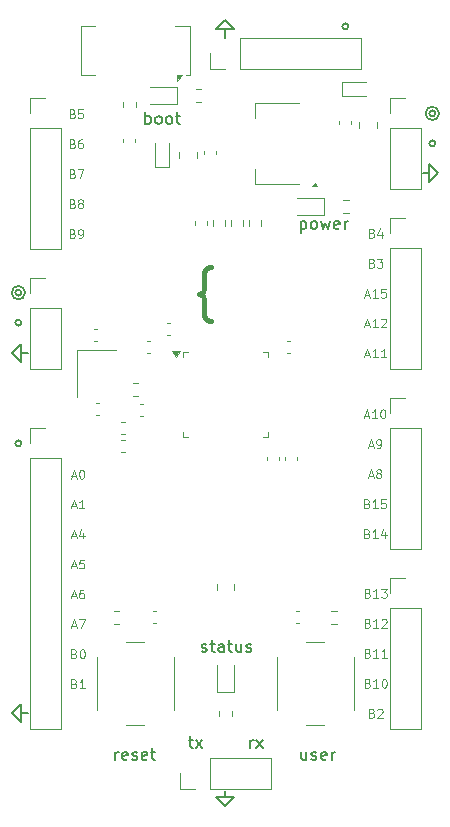
<source format=gbr>
%TF.GenerationSoftware,KiCad,Pcbnew,7.0.10-7.0.10~ubuntu22.04.1*%
%TF.CreationDate,2024-05-26T20:09:49+02:00*%
%TF.ProjectId,hardware,68617264-7761-4726-952e-6b696361645f,rev?*%
%TF.SameCoordinates,Original*%
%TF.FileFunction,Legend,Top*%
%TF.FilePolarity,Positive*%
%FSLAX46Y46*%
G04 Gerber Fmt 4.6, Leading zero omitted, Abs format (unit mm)*
G04 Created by KiCad (PCBNEW 7.0.10-7.0.10~ubuntu22.04.1) date 2024-05-26 20:09:49*
%MOMM*%
%LPD*%
G01*
G04 APERTURE LIST*
%ADD10C,0.450000*%
%ADD11C,0.100000*%
%ADD12C,0.150000*%
%ADD13C,0.120000*%
G04 APERTURE END LIST*
D10*
X138267480Y-102652314D02*
X138124623Y-102652314D01*
X138124623Y-102652314D02*
X137838909Y-102509457D01*
X137838909Y-102509457D02*
X137696052Y-102223742D01*
X137696052Y-102223742D02*
X137696052Y-100795171D01*
X137696052Y-100795171D02*
X137553194Y-100509457D01*
X137553194Y-100509457D02*
X137267480Y-100366600D01*
X137267480Y-100366600D02*
X137553194Y-100223742D01*
X137553194Y-100223742D02*
X137696052Y-99938028D01*
X137696052Y-99938028D02*
X137696052Y-98509457D01*
X137696052Y-98509457D02*
X137838909Y-98223742D01*
X137838909Y-98223742D02*
X138124623Y-98080885D01*
X138124623Y-98080885D02*
X138267480Y-98080885D01*
D11*
X126690788Y-133370157D02*
X126797931Y-133405871D01*
X126797931Y-133405871D02*
X126833645Y-133441585D01*
X126833645Y-133441585D02*
X126869359Y-133513014D01*
X126869359Y-133513014D02*
X126869359Y-133620157D01*
X126869359Y-133620157D02*
X126833645Y-133691585D01*
X126833645Y-133691585D02*
X126797931Y-133727300D01*
X126797931Y-133727300D02*
X126726502Y-133763014D01*
X126726502Y-133763014D02*
X126440788Y-133763014D01*
X126440788Y-133763014D02*
X126440788Y-133013014D01*
X126440788Y-133013014D02*
X126690788Y-133013014D01*
X126690788Y-133013014D02*
X126762217Y-133048728D01*
X126762217Y-133048728D02*
X126797931Y-133084442D01*
X126797931Y-133084442D02*
X126833645Y-133155871D01*
X126833645Y-133155871D02*
X126833645Y-133227300D01*
X126833645Y-133227300D02*
X126797931Y-133298728D01*
X126797931Y-133298728D02*
X126762217Y-133334442D01*
X126762217Y-133334442D02*
X126690788Y-133370157D01*
X126690788Y-133370157D02*
X126440788Y-133370157D01*
X127583645Y-133763014D02*
X127155074Y-133763014D01*
X127369359Y-133763014D02*
X127369359Y-133013014D01*
X127369359Y-133013014D02*
X127297931Y-133120157D01*
X127297931Y-133120157D02*
X127226502Y-133191585D01*
X127226502Y-133191585D02*
X127155074Y-133227300D01*
X126458646Y-128473728D02*
X126815789Y-128473728D01*
X126387217Y-128688014D02*
X126637217Y-127938014D01*
X126637217Y-127938014D02*
X126887217Y-128688014D01*
X127065788Y-127938014D02*
X127565788Y-127938014D01*
X127565788Y-127938014D02*
X127244360Y-128688014D01*
X126690788Y-130832657D02*
X126797931Y-130868371D01*
X126797931Y-130868371D02*
X126833645Y-130904085D01*
X126833645Y-130904085D02*
X126869359Y-130975514D01*
X126869359Y-130975514D02*
X126869359Y-131082657D01*
X126869359Y-131082657D02*
X126833645Y-131154085D01*
X126833645Y-131154085D02*
X126797931Y-131189800D01*
X126797931Y-131189800D02*
X126726502Y-131225514D01*
X126726502Y-131225514D02*
X126440788Y-131225514D01*
X126440788Y-131225514D02*
X126440788Y-130475514D01*
X126440788Y-130475514D02*
X126690788Y-130475514D01*
X126690788Y-130475514D02*
X126762217Y-130511228D01*
X126762217Y-130511228D02*
X126797931Y-130546942D01*
X126797931Y-130546942D02*
X126833645Y-130618371D01*
X126833645Y-130618371D02*
X126833645Y-130689800D01*
X126833645Y-130689800D02*
X126797931Y-130761228D01*
X126797931Y-130761228D02*
X126762217Y-130796942D01*
X126762217Y-130796942D02*
X126690788Y-130832657D01*
X126690788Y-130832657D02*
X126440788Y-130832657D01*
X127333645Y-130475514D02*
X127405074Y-130475514D01*
X127405074Y-130475514D02*
X127476502Y-130511228D01*
X127476502Y-130511228D02*
X127512217Y-130546942D01*
X127512217Y-130546942D02*
X127547931Y-130618371D01*
X127547931Y-130618371D02*
X127583645Y-130761228D01*
X127583645Y-130761228D02*
X127583645Y-130939800D01*
X127583645Y-130939800D02*
X127547931Y-131082657D01*
X127547931Y-131082657D02*
X127512217Y-131154085D01*
X127512217Y-131154085D02*
X127476502Y-131189800D01*
X127476502Y-131189800D02*
X127405074Y-131225514D01*
X127405074Y-131225514D02*
X127333645Y-131225514D01*
X127333645Y-131225514D02*
X127262217Y-131189800D01*
X127262217Y-131189800D02*
X127226502Y-131154085D01*
X127226502Y-131154085D02*
X127190788Y-131082657D01*
X127190788Y-131082657D02*
X127155074Y-130939800D01*
X127155074Y-130939800D02*
X127155074Y-130761228D01*
X127155074Y-130761228D02*
X127190788Y-130618371D01*
X127190788Y-130618371D02*
X127226502Y-130546942D01*
X127226502Y-130546942D02*
X127262217Y-130511228D01*
X127262217Y-130511228D02*
X127333645Y-130475514D01*
X126458646Y-125938728D02*
X126815789Y-125938728D01*
X126387217Y-126153014D02*
X126637217Y-125403014D01*
X126637217Y-125403014D02*
X126887217Y-126153014D01*
X127458646Y-125403014D02*
X127315788Y-125403014D01*
X127315788Y-125403014D02*
X127244360Y-125438728D01*
X127244360Y-125438728D02*
X127208646Y-125474442D01*
X127208646Y-125474442D02*
X127137217Y-125581585D01*
X127137217Y-125581585D02*
X127101503Y-125724442D01*
X127101503Y-125724442D02*
X127101503Y-126010157D01*
X127101503Y-126010157D02*
X127137217Y-126081585D01*
X127137217Y-126081585D02*
X127172931Y-126117300D01*
X127172931Y-126117300D02*
X127244360Y-126153014D01*
X127244360Y-126153014D02*
X127387217Y-126153014D01*
X127387217Y-126153014D02*
X127458646Y-126117300D01*
X127458646Y-126117300D02*
X127494360Y-126081585D01*
X127494360Y-126081585D02*
X127530074Y-126010157D01*
X127530074Y-126010157D02*
X127530074Y-125831585D01*
X127530074Y-125831585D02*
X127494360Y-125760157D01*
X127494360Y-125760157D02*
X127458646Y-125724442D01*
X127458646Y-125724442D02*
X127387217Y-125688728D01*
X127387217Y-125688728D02*
X127244360Y-125688728D01*
X127244360Y-125688728D02*
X127172931Y-125724442D01*
X127172931Y-125724442D02*
X127137217Y-125760157D01*
X127137217Y-125760157D02*
X127101503Y-125831585D01*
X126458646Y-120863728D02*
X126815789Y-120863728D01*
X126387217Y-121078014D02*
X126637217Y-120328014D01*
X126637217Y-120328014D02*
X126887217Y-121078014D01*
X127458646Y-120578014D02*
X127458646Y-121078014D01*
X127280074Y-120292300D02*
X127101503Y-120828014D01*
X127101503Y-120828014D02*
X127565788Y-120828014D01*
X126458646Y-118326228D02*
X126815789Y-118326228D01*
X126387217Y-118540514D02*
X126637217Y-117790514D01*
X126637217Y-117790514D02*
X126887217Y-118540514D01*
X127530074Y-118540514D02*
X127101503Y-118540514D01*
X127315788Y-118540514D02*
X127315788Y-117790514D01*
X127315788Y-117790514D02*
X127244360Y-117897657D01*
X127244360Y-117897657D02*
X127172931Y-117969085D01*
X127172931Y-117969085D02*
X127101503Y-118004800D01*
X126458646Y-115788728D02*
X126815789Y-115788728D01*
X126387217Y-116003014D02*
X126637217Y-115253014D01*
X126637217Y-115253014D02*
X126887217Y-116003014D01*
X127280074Y-115253014D02*
X127351503Y-115253014D01*
X127351503Y-115253014D02*
X127422931Y-115288728D01*
X127422931Y-115288728D02*
X127458646Y-115324442D01*
X127458646Y-115324442D02*
X127494360Y-115395871D01*
X127494360Y-115395871D02*
X127530074Y-115538728D01*
X127530074Y-115538728D02*
X127530074Y-115717300D01*
X127530074Y-115717300D02*
X127494360Y-115860157D01*
X127494360Y-115860157D02*
X127458646Y-115931585D01*
X127458646Y-115931585D02*
X127422931Y-115967300D01*
X127422931Y-115967300D02*
X127351503Y-116003014D01*
X127351503Y-116003014D02*
X127280074Y-116003014D01*
X127280074Y-116003014D02*
X127208646Y-115967300D01*
X127208646Y-115967300D02*
X127172931Y-115931585D01*
X127172931Y-115931585D02*
X127137217Y-115860157D01*
X127137217Y-115860157D02*
X127101503Y-115717300D01*
X127101503Y-115717300D02*
X127101503Y-115538728D01*
X127101503Y-115538728D02*
X127137217Y-115395871D01*
X127137217Y-115395871D02*
X127172931Y-115324442D01*
X127172931Y-115324442D02*
X127208646Y-115288728D01*
X127208646Y-115288728D02*
X127280074Y-115253014D01*
X126458646Y-123401228D02*
X126815789Y-123401228D01*
X126387217Y-123615514D02*
X126637217Y-122865514D01*
X126637217Y-122865514D02*
X126887217Y-123615514D01*
X127494360Y-122865514D02*
X127137217Y-122865514D01*
X127137217Y-122865514D02*
X127101503Y-123222657D01*
X127101503Y-123222657D02*
X127137217Y-123186942D01*
X127137217Y-123186942D02*
X127208646Y-123151228D01*
X127208646Y-123151228D02*
X127387217Y-123151228D01*
X127387217Y-123151228D02*
X127458646Y-123186942D01*
X127458646Y-123186942D02*
X127494360Y-123222657D01*
X127494360Y-123222657D02*
X127530074Y-123294085D01*
X127530074Y-123294085D02*
X127530074Y-123472657D01*
X127530074Y-123472657D02*
X127494360Y-123544085D01*
X127494360Y-123544085D02*
X127458646Y-123579800D01*
X127458646Y-123579800D02*
X127387217Y-123615514D01*
X127387217Y-123615514D02*
X127208646Y-123615514D01*
X127208646Y-123615514D02*
X127137217Y-123579800D01*
X127137217Y-123579800D02*
X127101503Y-123544085D01*
X126544360Y-95260157D02*
X126651503Y-95295871D01*
X126651503Y-95295871D02*
X126687217Y-95331585D01*
X126687217Y-95331585D02*
X126722931Y-95403014D01*
X126722931Y-95403014D02*
X126722931Y-95510157D01*
X126722931Y-95510157D02*
X126687217Y-95581585D01*
X126687217Y-95581585D02*
X126651503Y-95617300D01*
X126651503Y-95617300D02*
X126580074Y-95653014D01*
X126580074Y-95653014D02*
X126294360Y-95653014D01*
X126294360Y-95653014D02*
X126294360Y-94903014D01*
X126294360Y-94903014D02*
X126544360Y-94903014D01*
X126544360Y-94903014D02*
X126615789Y-94938728D01*
X126615789Y-94938728D02*
X126651503Y-94974442D01*
X126651503Y-94974442D02*
X126687217Y-95045871D01*
X126687217Y-95045871D02*
X126687217Y-95117300D01*
X126687217Y-95117300D02*
X126651503Y-95188728D01*
X126651503Y-95188728D02*
X126615789Y-95224442D01*
X126615789Y-95224442D02*
X126544360Y-95260157D01*
X126544360Y-95260157D02*
X126294360Y-95260157D01*
X127080074Y-95653014D02*
X127222931Y-95653014D01*
X127222931Y-95653014D02*
X127294360Y-95617300D01*
X127294360Y-95617300D02*
X127330074Y-95581585D01*
X127330074Y-95581585D02*
X127401503Y-95474442D01*
X127401503Y-95474442D02*
X127437217Y-95331585D01*
X127437217Y-95331585D02*
X127437217Y-95045871D01*
X127437217Y-95045871D02*
X127401503Y-94974442D01*
X127401503Y-94974442D02*
X127365789Y-94938728D01*
X127365789Y-94938728D02*
X127294360Y-94903014D01*
X127294360Y-94903014D02*
X127151503Y-94903014D01*
X127151503Y-94903014D02*
X127080074Y-94938728D01*
X127080074Y-94938728D02*
X127044360Y-94974442D01*
X127044360Y-94974442D02*
X127008646Y-95045871D01*
X127008646Y-95045871D02*
X127008646Y-95224442D01*
X127008646Y-95224442D02*
X127044360Y-95295871D01*
X127044360Y-95295871D02*
X127080074Y-95331585D01*
X127080074Y-95331585D02*
X127151503Y-95367300D01*
X127151503Y-95367300D02*
X127294360Y-95367300D01*
X127294360Y-95367300D02*
X127365789Y-95331585D01*
X127365789Y-95331585D02*
X127401503Y-95295871D01*
X127401503Y-95295871D02*
X127437217Y-95224442D01*
X126544360Y-90185157D02*
X126651503Y-90220871D01*
X126651503Y-90220871D02*
X126687217Y-90256585D01*
X126687217Y-90256585D02*
X126722931Y-90328014D01*
X126722931Y-90328014D02*
X126722931Y-90435157D01*
X126722931Y-90435157D02*
X126687217Y-90506585D01*
X126687217Y-90506585D02*
X126651503Y-90542300D01*
X126651503Y-90542300D02*
X126580074Y-90578014D01*
X126580074Y-90578014D02*
X126294360Y-90578014D01*
X126294360Y-90578014D02*
X126294360Y-89828014D01*
X126294360Y-89828014D02*
X126544360Y-89828014D01*
X126544360Y-89828014D02*
X126615789Y-89863728D01*
X126615789Y-89863728D02*
X126651503Y-89899442D01*
X126651503Y-89899442D02*
X126687217Y-89970871D01*
X126687217Y-89970871D02*
X126687217Y-90042300D01*
X126687217Y-90042300D02*
X126651503Y-90113728D01*
X126651503Y-90113728D02*
X126615789Y-90149442D01*
X126615789Y-90149442D02*
X126544360Y-90185157D01*
X126544360Y-90185157D02*
X126294360Y-90185157D01*
X126972931Y-89828014D02*
X127472931Y-89828014D01*
X127472931Y-89828014D02*
X127151503Y-90578014D01*
X126544360Y-87647657D02*
X126651503Y-87683371D01*
X126651503Y-87683371D02*
X126687217Y-87719085D01*
X126687217Y-87719085D02*
X126722931Y-87790514D01*
X126722931Y-87790514D02*
X126722931Y-87897657D01*
X126722931Y-87897657D02*
X126687217Y-87969085D01*
X126687217Y-87969085D02*
X126651503Y-88004800D01*
X126651503Y-88004800D02*
X126580074Y-88040514D01*
X126580074Y-88040514D02*
X126294360Y-88040514D01*
X126294360Y-88040514D02*
X126294360Y-87290514D01*
X126294360Y-87290514D02*
X126544360Y-87290514D01*
X126544360Y-87290514D02*
X126615789Y-87326228D01*
X126615789Y-87326228D02*
X126651503Y-87361942D01*
X126651503Y-87361942D02*
X126687217Y-87433371D01*
X126687217Y-87433371D02*
X126687217Y-87504800D01*
X126687217Y-87504800D02*
X126651503Y-87576228D01*
X126651503Y-87576228D02*
X126615789Y-87611942D01*
X126615789Y-87611942D02*
X126544360Y-87647657D01*
X126544360Y-87647657D02*
X126294360Y-87647657D01*
X127365789Y-87290514D02*
X127222931Y-87290514D01*
X127222931Y-87290514D02*
X127151503Y-87326228D01*
X127151503Y-87326228D02*
X127115789Y-87361942D01*
X127115789Y-87361942D02*
X127044360Y-87469085D01*
X127044360Y-87469085D02*
X127008646Y-87611942D01*
X127008646Y-87611942D02*
X127008646Y-87897657D01*
X127008646Y-87897657D02*
X127044360Y-87969085D01*
X127044360Y-87969085D02*
X127080074Y-88004800D01*
X127080074Y-88004800D02*
X127151503Y-88040514D01*
X127151503Y-88040514D02*
X127294360Y-88040514D01*
X127294360Y-88040514D02*
X127365789Y-88004800D01*
X127365789Y-88004800D02*
X127401503Y-87969085D01*
X127401503Y-87969085D02*
X127437217Y-87897657D01*
X127437217Y-87897657D02*
X127437217Y-87719085D01*
X127437217Y-87719085D02*
X127401503Y-87647657D01*
X127401503Y-87647657D02*
X127365789Y-87611942D01*
X127365789Y-87611942D02*
X127294360Y-87576228D01*
X127294360Y-87576228D02*
X127151503Y-87576228D01*
X127151503Y-87576228D02*
X127080074Y-87611942D01*
X127080074Y-87611942D02*
X127044360Y-87647657D01*
X127044360Y-87647657D02*
X127008646Y-87719085D01*
X126544360Y-85110157D02*
X126651503Y-85145871D01*
X126651503Y-85145871D02*
X126687217Y-85181585D01*
X126687217Y-85181585D02*
X126722931Y-85253014D01*
X126722931Y-85253014D02*
X126722931Y-85360157D01*
X126722931Y-85360157D02*
X126687217Y-85431585D01*
X126687217Y-85431585D02*
X126651503Y-85467300D01*
X126651503Y-85467300D02*
X126580074Y-85503014D01*
X126580074Y-85503014D02*
X126294360Y-85503014D01*
X126294360Y-85503014D02*
X126294360Y-84753014D01*
X126294360Y-84753014D02*
X126544360Y-84753014D01*
X126544360Y-84753014D02*
X126615789Y-84788728D01*
X126615789Y-84788728D02*
X126651503Y-84824442D01*
X126651503Y-84824442D02*
X126687217Y-84895871D01*
X126687217Y-84895871D02*
X126687217Y-84967300D01*
X126687217Y-84967300D02*
X126651503Y-85038728D01*
X126651503Y-85038728D02*
X126615789Y-85074442D01*
X126615789Y-85074442D02*
X126544360Y-85110157D01*
X126544360Y-85110157D02*
X126294360Y-85110157D01*
X127401503Y-84753014D02*
X127044360Y-84753014D01*
X127044360Y-84753014D02*
X127008646Y-85110157D01*
X127008646Y-85110157D02*
X127044360Y-85074442D01*
X127044360Y-85074442D02*
X127115789Y-85038728D01*
X127115789Y-85038728D02*
X127294360Y-85038728D01*
X127294360Y-85038728D02*
X127365789Y-85074442D01*
X127365789Y-85074442D02*
X127401503Y-85110157D01*
X127401503Y-85110157D02*
X127437217Y-85181585D01*
X127437217Y-85181585D02*
X127437217Y-85360157D01*
X127437217Y-85360157D02*
X127401503Y-85431585D01*
X127401503Y-85431585D02*
X127365789Y-85467300D01*
X127365789Y-85467300D02*
X127294360Y-85503014D01*
X127294360Y-85503014D02*
X127115789Y-85503014D01*
X127115789Y-85503014D02*
X127044360Y-85467300D01*
X127044360Y-85467300D02*
X127008646Y-85431585D01*
X126544360Y-92722657D02*
X126651503Y-92758371D01*
X126651503Y-92758371D02*
X126687217Y-92794085D01*
X126687217Y-92794085D02*
X126722931Y-92865514D01*
X126722931Y-92865514D02*
X126722931Y-92972657D01*
X126722931Y-92972657D02*
X126687217Y-93044085D01*
X126687217Y-93044085D02*
X126651503Y-93079800D01*
X126651503Y-93079800D02*
X126580074Y-93115514D01*
X126580074Y-93115514D02*
X126294360Y-93115514D01*
X126294360Y-93115514D02*
X126294360Y-92365514D01*
X126294360Y-92365514D02*
X126544360Y-92365514D01*
X126544360Y-92365514D02*
X126615789Y-92401228D01*
X126615789Y-92401228D02*
X126651503Y-92436942D01*
X126651503Y-92436942D02*
X126687217Y-92508371D01*
X126687217Y-92508371D02*
X126687217Y-92579800D01*
X126687217Y-92579800D02*
X126651503Y-92651228D01*
X126651503Y-92651228D02*
X126615789Y-92686942D01*
X126615789Y-92686942D02*
X126544360Y-92722657D01*
X126544360Y-92722657D02*
X126294360Y-92722657D01*
X127151503Y-92686942D02*
X127080074Y-92651228D01*
X127080074Y-92651228D02*
X127044360Y-92615514D01*
X127044360Y-92615514D02*
X127008646Y-92544085D01*
X127008646Y-92544085D02*
X127008646Y-92508371D01*
X127008646Y-92508371D02*
X127044360Y-92436942D01*
X127044360Y-92436942D02*
X127080074Y-92401228D01*
X127080074Y-92401228D02*
X127151503Y-92365514D01*
X127151503Y-92365514D02*
X127294360Y-92365514D01*
X127294360Y-92365514D02*
X127365789Y-92401228D01*
X127365789Y-92401228D02*
X127401503Y-92436942D01*
X127401503Y-92436942D02*
X127437217Y-92508371D01*
X127437217Y-92508371D02*
X127437217Y-92544085D01*
X127437217Y-92544085D02*
X127401503Y-92615514D01*
X127401503Y-92615514D02*
X127365789Y-92651228D01*
X127365789Y-92651228D02*
X127294360Y-92686942D01*
X127294360Y-92686942D02*
X127151503Y-92686942D01*
X127151503Y-92686942D02*
X127080074Y-92722657D01*
X127080074Y-92722657D02*
X127044360Y-92758371D01*
X127044360Y-92758371D02*
X127008646Y-92829800D01*
X127008646Y-92829800D02*
X127008646Y-92972657D01*
X127008646Y-92972657D02*
X127044360Y-93044085D01*
X127044360Y-93044085D02*
X127080074Y-93079800D01*
X127080074Y-93079800D02*
X127151503Y-93115514D01*
X127151503Y-93115514D02*
X127294360Y-93115514D01*
X127294360Y-93115514D02*
X127365789Y-93079800D01*
X127365789Y-93079800D02*
X127401503Y-93044085D01*
X127401503Y-93044085D02*
X127437217Y-92972657D01*
X127437217Y-92972657D02*
X127437217Y-92829800D01*
X127437217Y-92829800D02*
X127401503Y-92758371D01*
X127401503Y-92758371D02*
X127365789Y-92722657D01*
X127365789Y-92722657D02*
X127294360Y-92686942D01*
X151897931Y-95210157D02*
X152005074Y-95245871D01*
X152005074Y-95245871D02*
X152040788Y-95281585D01*
X152040788Y-95281585D02*
X152076502Y-95353014D01*
X152076502Y-95353014D02*
X152076502Y-95460157D01*
X152076502Y-95460157D02*
X152040788Y-95531585D01*
X152040788Y-95531585D02*
X152005074Y-95567300D01*
X152005074Y-95567300D02*
X151933645Y-95603014D01*
X151933645Y-95603014D02*
X151647931Y-95603014D01*
X151647931Y-95603014D02*
X151647931Y-94853014D01*
X151647931Y-94853014D02*
X151897931Y-94853014D01*
X151897931Y-94853014D02*
X151969360Y-94888728D01*
X151969360Y-94888728D02*
X152005074Y-94924442D01*
X152005074Y-94924442D02*
X152040788Y-94995871D01*
X152040788Y-94995871D02*
X152040788Y-95067300D01*
X152040788Y-95067300D02*
X152005074Y-95138728D01*
X152005074Y-95138728D02*
X151969360Y-95174442D01*
X151969360Y-95174442D02*
X151897931Y-95210157D01*
X151897931Y-95210157D02*
X151647931Y-95210157D01*
X152719360Y-95103014D02*
X152719360Y-95603014D01*
X152540788Y-94817300D02*
X152362217Y-95353014D01*
X152362217Y-95353014D02*
X152826502Y-95353014D01*
X151308646Y-105538728D02*
X151665789Y-105538728D01*
X151237217Y-105753014D02*
X151487217Y-105003014D01*
X151487217Y-105003014D02*
X151737217Y-105753014D01*
X152380074Y-105753014D02*
X151951503Y-105753014D01*
X152165788Y-105753014D02*
X152165788Y-105003014D01*
X152165788Y-105003014D02*
X152094360Y-105110157D01*
X152094360Y-105110157D02*
X152022931Y-105181585D01*
X152022931Y-105181585D02*
X151951503Y-105217300D01*
X153094360Y-105753014D02*
X152665789Y-105753014D01*
X152880074Y-105753014D02*
X152880074Y-105003014D01*
X152880074Y-105003014D02*
X152808646Y-105110157D01*
X152808646Y-105110157D02*
X152737217Y-105181585D01*
X152737217Y-105181585D02*
X152665789Y-105217300D01*
X151308646Y-100463728D02*
X151665789Y-100463728D01*
X151237217Y-100678014D02*
X151487217Y-99928014D01*
X151487217Y-99928014D02*
X151737217Y-100678014D01*
X152380074Y-100678014D02*
X151951503Y-100678014D01*
X152165788Y-100678014D02*
X152165788Y-99928014D01*
X152165788Y-99928014D02*
X152094360Y-100035157D01*
X152094360Y-100035157D02*
X152022931Y-100106585D01*
X152022931Y-100106585D02*
X151951503Y-100142300D01*
X153058646Y-99928014D02*
X152701503Y-99928014D01*
X152701503Y-99928014D02*
X152665789Y-100285157D01*
X152665789Y-100285157D02*
X152701503Y-100249442D01*
X152701503Y-100249442D02*
X152772932Y-100213728D01*
X152772932Y-100213728D02*
X152951503Y-100213728D01*
X152951503Y-100213728D02*
X153022932Y-100249442D01*
X153022932Y-100249442D02*
X153058646Y-100285157D01*
X153058646Y-100285157D02*
X153094360Y-100356585D01*
X153094360Y-100356585D02*
X153094360Y-100535157D01*
X153094360Y-100535157D02*
X153058646Y-100606585D01*
X153058646Y-100606585D02*
X153022932Y-100642300D01*
X153022932Y-100642300D02*
X152951503Y-100678014D01*
X152951503Y-100678014D02*
X152772932Y-100678014D01*
X152772932Y-100678014D02*
X152701503Y-100642300D01*
X152701503Y-100642300D02*
X152665789Y-100606585D01*
X151897931Y-97747657D02*
X152005074Y-97783371D01*
X152005074Y-97783371D02*
X152040788Y-97819085D01*
X152040788Y-97819085D02*
X152076502Y-97890514D01*
X152076502Y-97890514D02*
X152076502Y-97997657D01*
X152076502Y-97997657D02*
X152040788Y-98069085D01*
X152040788Y-98069085D02*
X152005074Y-98104800D01*
X152005074Y-98104800D02*
X151933645Y-98140514D01*
X151933645Y-98140514D02*
X151647931Y-98140514D01*
X151647931Y-98140514D02*
X151647931Y-97390514D01*
X151647931Y-97390514D02*
X151897931Y-97390514D01*
X151897931Y-97390514D02*
X151969360Y-97426228D01*
X151969360Y-97426228D02*
X152005074Y-97461942D01*
X152005074Y-97461942D02*
X152040788Y-97533371D01*
X152040788Y-97533371D02*
X152040788Y-97604800D01*
X152040788Y-97604800D02*
X152005074Y-97676228D01*
X152005074Y-97676228D02*
X151969360Y-97711942D01*
X151969360Y-97711942D02*
X151897931Y-97747657D01*
X151897931Y-97747657D02*
X151647931Y-97747657D01*
X152326502Y-97390514D02*
X152790788Y-97390514D01*
X152790788Y-97390514D02*
X152540788Y-97676228D01*
X152540788Y-97676228D02*
X152647931Y-97676228D01*
X152647931Y-97676228D02*
X152719360Y-97711942D01*
X152719360Y-97711942D02*
X152755074Y-97747657D01*
X152755074Y-97747657D02*
X152790788Y-97819085D01*
X152790788Y-97819085D02*
X152790788Y-97997657D01*
X152790788Y-97997657D02*
X152755074Y-98069085D01*
X152755074Y-98069085D02*
X152719360Y-98104800D01*
X152719360Y-98104800D02*
X152647931Y-98140514D01*
X152647931Y-98140514D02*
X152433645Y-98140514D01*
X152433645Y-98140514D02*
X152362217Y-98104800D01*
X152362217Y-98104800D02*
X152326502Y-98069085D01*
X151308646Y-103001228D02*
X151665789Y-103001228D01*
X151237217Y-103215514D02*
X151487217Y-102465514D01*
X151487217Y-102465514D02*
X151737217Y-103215514D01*
X152380074Y-103215514D02*
X151951503Y-103215514D01*
X152165788Y-103215514D02*
X152165788Y-102465514D01*
X152165788Y-102465514D02*
X152094360Y-102572657D01*
X152094360Y-102572657D02*
X152022931Y-102644085D01*
X152022931Y-102644085D02*
X151951503Y-102679800D01*
X152665789Y-102536942D02*
X152701503Y-102501228D01*
X152701503Y-102501228D02*
X152772932Y-102465514D01*
X152772932Y-102465514D02*
X152951503Y-102465514D01*
X152951503Y-102465514D02*
X153022932Y-102501228D01*
X153022932Y-102501228D02*
X153058646Y-102536942D01*
X153058646Y-102536942D02*
X153094360Y-102608371D01*
X153094360Y-102608371D02*
X153094360Y-102679800D01*
X153094360Y-102679800D02*
X153058646Y-102786942D01*
X153058646Y-102786942D02*
X152630074Y-103215514D01*
X152630074Y-103215514D02*
X153094360Y-103215514D01*
X151490788Y-120660157D02*
X151597931Y-120695871D01*
X151597931Y-120695871D02*
X151633645Y-120731585D01*
X151633645Y-120731585D02*
X151669359Y-120803014D01*
X151669359Y-120803014D02*
X151669359Y-120910157D01*
X151669359Y-120910157D02*
X151633645Y-120981585D01*
X151633645Y-120981585D02*
X151597931Y-121017300D01*
X151597931Y-121017300D02*
X151526502Y-121053014D01*
X151526502Y-121053014D02*
X151240788Y-121053014D01*
X151240788Y-121053014D02*
X151240788Y-120303014D01*
X151240788Y-120303014D02*
X151490788Y-120303014D01*
X151490788Y-120303014D02*
X151562217Y-120338728D01*
X151562217Y-120338728D02*
X151597931Y-120374442D01*
X151597931Y-120374442D02*
X151633645Y-120445871D01*
X151633645Y-120445871D02*
X151633645Y-120517300D01*
X151633645Y-120517300D02*
X151597931Y-120588728D01*
X151597931Y-120588728D02*
X151562217Y-120624442D01*
X151562217Y-120624442D02*
X151490788Y-120660157D01*
X151490788Y-120660157D02*
X151240788Y-120660157D01*
X152383645Y-121053014D02*
X151955074Y-121053014D01*
X152169359Y-121053014D02*
X152169359Y-120303014D01*
X152169359Y-120303014D02*
X152097931Y-120410157D01*
X152097931Y-120410157D02*
X152026502Y-120481585D01*
X152026502Y-120481585D02*
X151955074Y-120517300D01*
X153026503Y-120553014D02*
X153026503Y-121053014D01*
X152847931Y-120267300D02*
X152669360Y-120803014D01*
X152669360Y-120803014D02*
X153133645Y-120803014D01*
X151615789Y-115763728D02*
X151972932Y-115763728D01*
X151544360Y-115978014D02*
X151794360Y-115228014D01*
X151794360Y-115228014D02*
X152044360Y-115978014D01*
X152401503Y-115549442D02*
X152330074Y-115513728D01*
X152330074Y-115513728D02*
X152294360Y-115478014D01*
X152294360Y-115478014D02*
X152258646Y-115406585D01*
X152258646Y-115406585D02*
X152258646Y-115370871D01*
X152258646Y-115370871D02*
X152294360Y-115299442D01*
X152294360Y-115299442D02*
X152330074Y-115263728D01*
X152330074Y-115263728D02*
X152401503Y-115228014D01*
X152401503Y-115228014D02*
X152544360Y-115228014D01*
X152544360Y-115228014D02*
X152615789Y-115263728D01*
X152615789Y-115263728D02*
X152651503Y-115299442D01*
X152651503Y-115299442D02*
X152687217Y-115370871D01*
X152687217Y-115370871D02*
X152687217Y-115406585D01*
X152687217Y-115406585D02*
X152651503Y-115478014D01*
X152651503Y-115478014D02*
X152615789Y-115513728D01*
X152615789Y-115513728D02*
X152544360Y-115549442D01*
X152544360Y-115549442D02*
X152401503Y-115549442D01*
X152401503Y-115549442D02*
X152330074Y-115585157D01*
X152330074Y-115585157D02*
X152294360Y-115620871D01*
X152294360Y-115620871D02*
X152258646Y-115692300D01*
X152258646Y-115692300D02*
X152258646Y-115835157D01*
X152258646Y-115835157D02*
X152294360Y-115906585D01*
X152294360Y-115906585D02*
X152330074Y-115942300D01*
X152330074Y-115942300D02*
X152401503Y-115978014D01*
X152401503Y-115978014D02*
X152544360Y-115978014D01*
X152544360Y-115978014D02*
X152615789Y-115942300D01*
X152615789Y-115942300D02*
X152651503Y-115906585D01*
X152651503Y-115906585D02*
X152687217Y-115835157D01*
X152687217Y-115835157D02*
X152687217Y-115692300D01*
X152687217Y-115692300D02*
X152651503Y-115620871D01*
X152651503Y-115620871D02*
X152615789Y-115585157D01*
X152615789Y-115585157D02*
X152544360Y-115549442D01*
X151615789Y-113226228D02*
X151972932Y-113226228D01*
X151544360Y-113440514D02*
X151794360Y-112690514D01*
X151794360Y-112690514D02*
X152044360Y-113440514D01*
X152330074Y-113440514D02*
X152472931Y-113440514D01*
X152472931Y-113440514D02*
X152544360Y-113404800D01*
X152544360Y-113404800D02*
X152580074Y-113369085D01*
X152580074Y-113369085D02*
X152651503Y-113261942D01*
X152651503Y-113261942D02*
X152687217Y-113119085D01*
X152687217Y-113119085D02*
X152687217Y-112833371D01*
X152687217Y-112833371D02*
X152651503Y-112761942D01*
X152651503Y-112761942D02*
X152615789Y-112726228D01*
X152615789Y-112726228D02*
X152544360Y-112690514D01*
X152544360Y-112690514D02*
X152401503Y-112690514D01*
X152401503Y-112690514D02*
X152330074Y-112726228D01*
X152330074Y-112726228D02*
X152294360Y-112761942D01*
X152294360Y-112761942D02*
X152258646Y-112833371D01*
X152258646Y-112833371D02*
X152258646Y-113011942D01*
X152258646Y-113011942D02*
X152294360Y-113083371D01*
X152294360Y-113083371D02*
X152330074Y-113119085D01*
X152330074Y-113119085D02*
X152401503Y-113154800D01*
X152401503Y-113154800D02*
X152544360Y-113154800D01*
X152544360Y-113154800D02*
X152615789Y-113119085D01*
X152615789Y-113119085D02*
X152651503Y-113083371D01*
X152651503Y-113083371D02*
X152687217Y-113011942D01*
X151258646Y-110688728D02*
X151615789Y-110688728D01*
X151187217Y-110903014D02*
X151437217Y-110153014D01*
X151437217Y-110153014D02*
X151687217Y-110903014D01*
X152330074Y-110903014D02*
X151901503Y-110903014D01*
X152115788Y-110903014D02*
X152115788Y-110153014D01*
X152115788Y-110153014D02*
X152044360Y-110260157D01*
X152044360Y-110260157D02*
X151972931Y-110331585D01*
X151972931Y-110331585D02*
X151901503Y-110367300D01*
X152794360Y-110153014D02*
X152865789Y-110153014D01*
X152865789Y-110153014D02*
X152937217Y-110188728D01*
X152937217Y-110188728D02*
X152972932Y-110224442D01*
X152972932Y-110224442D02*
X153008646Y-110295871D01*
X153008646Y-110295871D02*
X153044360Y-110438728D01*
X153044360Y-110438728D02*
X153044360Y-110617300D01*
X153044360Y-110617300D02*
X153008646Y-110760157D01*
X153008646Y-110760157D02*
X152972932Y-110831585D01*
X152972932Y-110831585D02*
X152937217Y-110867300D01*
X152937217Y-110867300D02*
X152865789Y-110903014D01*
X152865789Y-110903014D02*
X152794360Y-110903014D01*
X152794360Y-110903014D02*
X152722932Y-110867300D01*
X152722932Y-110867300D02*
X152687217Y-110831585D01*
X152687217Y-110831585D02*
X152651503Y-110760157D01*
X152651503Y-110760157D02*
X152615789Y-110617300D01*
X152615789Y-110617300D02*
X152615789Y-110438728D01*
X152615789Y-110438728D02*
X152651503Y-110295871D01*
X152651503Y-110295871D02*
X152687217Y-110224442D01*
X152687217Y-110224442D02*
X152722932Y-110188728D01*
X152722932Y-110188728D02*
X152794360Y-110153014D01*
X151490788Y-118122657D02*
X151597931Y-118158371D01*
X151597931Y-118158371D02*
X151633645Y-118194085D01*
X151633645Y-118194085D02*
X151669359Y-118265514D01*
X151669359Y-118265514D02*
X151669359Y-118372657D01*
X151669359Y-118372657D02*
X151633645Y-118444085D01*
X151633645Y-118444085D02*
X151597931Y-118479800D01*
X151597931Y-118479800D02*
X151526502Y-118515514D01*
X151526502Y-118515514D02*
X151240788Y-118515514D01*
X151240788Y-118515514D02*
X151240788Y-117765514D01*
X151240788Y-117765514D02*
X151490788Y-117765514D01*
X151490788Y-117765514D02*
X151562217Y-117801228D01*
X151562217Y-117801228D02*
X151597931Y-117836942D01*
X151597931Y-117836942D02*
X151633645Y-117908371D01*
X151633645Y-117908371D02*
X151633645Y-117979800D01*
X151633645Y-117979800D02*
X151597931Y-118051228D01*
X151597931Y-118051228D02*
X151562217Y-118086942D01*
X151562217Y-118086942D02*
X151490788Y-118122657D01*
X151490788Y-118122657D02*
X151240788Y-118122657D01*
X152383645Y-118515514D02*
X151955074Y-118515514D01*
X152169359Y-118515514D02*
X152169359Y-117765514D01*
X152169359Y-117765514D02*
X152097931Y-117872657D01*
X152097931Y-117872657D02*
X152026502Y-117944085D01*
X152026502Y-117944085D02*
X151955074Y-117979800D01*
X153062217Y-117765514D02*
X152705074Y-117765514D01*
X152705074Y-117765514D02*
X152669360Y-118122657D01*
X152669360Y-118122657D02*
X152705074Y-118086942D01*
X152705074Y-118086942D02*
X152776503Y-118051228D01*
X152776503Y-118051228D02*
X152955074Y-118051228D01*
X152955074Y-118051228D02*
X153026503Y-118086942D01*
X153026503Y-118086942D02*
X153062217Y-118122657D01*
X153062217Y-118122657D02*
X153097931Y-118194085D01*
X153097931Y-118194085D02*
X153097931Y-118372657D01*
X153097931Y-118372657D02*
X153062217Y-118444085D01*
X153062217Y-118444085D02*
X153026503Y-118479800D01*
X153026503Y-118479800D02*
X152955074Y-118515514D01*
X152955074Y-118515514D02*
X152776503Y-118515514D01*
X152776503Y-118515514D02*
X152705074Y-118479800D01*
X152705074Y-118479800D02*
X152669360Y-118444085D01*
X151544360Y-125710157D02*
X151651503Y-125745871D01*
X151651503Y-125745871D02*
X151687217Y-125781585D01*
X151687217Y-125781585D02*
X151722931Y-125853014D01*
X151722931Y-125853014D02*
X151722931Y-125960157D01*
X151722931Y-125960157D02*
X151687217Y-126031585D01*
X151687217Y-126031585D02*
X151651503Y-126067300D01*
X151651503Y-126067300D02*
X151580074Y-126103014D01*
X151580074Y-126103014D02*
X151294360Y-126103014D01*
X151294360Y-126103014D02*
X151294360Y-125353014D01*
X151294360Y-125353014D02*
X151544360Y-125353014D01*
X151544360Y-125353014D02*
X151615789Y-125388728D01*
X151615789Y-125388728D02*
X151651503Y-125424442D01*
X151651503Y-125424442D02*
X151687217Y-125495871D01*
X151687217Y-125495871D02*
X151687217Y-125567300D01*
X151687217Y-125567300D02*
X151651503Y-125638728D01*
X151651503Y-125638728D02*
X151615789Y-125674442D01*
X151615789Y-125674442D02*
X151544360Y-125710157D01*
X151544360Y-125710157D02*
X151294360Y-125710157D01*
X152437217Y-126103014D02*
X152008646Y-126103014D01*
X152222931Y-126103014D02*
X152222931Y-125353014D01*
X152222931Y-125353014D02*
X152151503Y-125460157D01*
X152151503Y-125460157D02*
X152080074Y-125531585D01*
X152080074Y-125531585D02*
X152008646Y-125567300D01*
X152687217Y-125353014D02*
X153151503Y-125353014D01*
X153151503Y-125353014D02*
X152901503Y-125638728D01*
X152901503Y-125638728D02*
X153008646Y-125638728D01*
X153008646Y-125638728D02*
X153080075Y-125674442D01*
X153080075Y-125674442D02*
X153115789Y-125710157D01*
X153115789Y-125710157D02*
X153151503Y-125781585D01*
X153151503Y-125781585D02*
X153151503Y-125960157D01*
X153151503Y-125960157D02*
X153115789Y-126031585D01*
X153115789Y-126031585D02*
X153080075Y-126067300D01*
X153080075Y-126067300D02*
X153008646Y-126103014D01*
X153008646Y-126103014D02*
X152794360Y-126103014D01*
X152794360Y-126103014D02*
X152722932Y-126067300D01*
X152722932Y-126067300D02*
X152687217Y-126031585D01*
X151544360Y-128247657D02*
X151651503Y-128283371D01*
X151651503Y-128283371D02*
X151687217Y-128319085D01*
X151687217Y-128319085D02*
X151722931Y-128390514D01*
X151722931Y-128390514D02*
X151722931Y-128497657D01*
X151722931Y-128497657D02*
X151687217Y-128569085D01*
X151687217Y-128569085D02*
X151651503Y-128604800D01*
X151651503Y-128604800D02*
X151580074Y-128640514D01*
X151580074Y-128640514D02*
X151294360Y-128640514D01*
X151294360Y-128640514D02*
X151294360Y-127890514D01*
X151294360Y-127890514D02*
X151544360Y-127890514D01*
X151544360Y-127890514D02*
X151615789Y-127926228D01*
X151615789Y-127926228D02*
X151651503Y-127961942D01*
X151651503Y-127961942D02*
X151687217Y-128033371D01*
X151687217Y-128033371D02*
X151687217Y-128104800D01*
X151687217Y-128104800D02*
X151651503Y-128176228D01*
X151651503Y-128176228D02*
X151615789Y-128211942D01*
X151615789Y-128211942D02*
X151544360Y-128247657D01*
X151544360Y-128247657D02*
X151294360Y-128247657D01*
X152437217Y-128640514D02*
X152008646Y-128640514D01*
X152222931Y-128640514D02*
X152222931Y-127890514D01*
X152222931Y-127890514D02*
X152151503Y-127997657D01*
X152151503Y-127997657D02*
X152080074Y-128069085D01*
X152080074Y-128069085D02*
X152008646Y-128104800D01*
X152722932Y-127961942D02*
X152758646Y-127926228D01*
X152758646Y-127926228D02*
X152830075Y-127890514D01*
X152830075Y-127890514D02*
X153008646Y-127890514D01*
X153008646Y-127890514D02*
X153080075Y-127926228D01*
X153080075Y-127926228D02*
X153115789Y-127961942D01*
X153115789Y-127961942D02*
X153151503Y-128033371D01*
X153151503Y-128033371D02*
X153151503Y-128104800D01*
X153151503Y-128104800D02*
X153115789Y-128211942D01*
X153115789Y-128211942D02*
X152687217Y-128640514D01*
X152687217Y-128640514D02*
X153151503Y-128640514D01*
X151544360Y-130785157D02*
X151651503Y-130820871D01*
X151651503Y-130820871D02*
X151687217Y-130856585D01*
X151687217Y-130856585D02*
X151722931Y-130928014D01*
X151722931Y-130928014D02*
X151722931Y-131035157D01*
X151722931Y-131035157D02*
X151687217Y-131106585D01*
X151687217Y-131106585D02*
X151651503Y-131142300D01*
X151651503Y-131142300D02*
X151580074Y-131178014D01*
X151580074Y-131178014D02*
X151294360Y-131178014D01*
X151294360Y-131178014D02*
X151294360Y-130428014D01*
X151294360Y-130428014D02*
X151544360Y-130428014D01*
X151544360Y-130428014D02*
X151615789Y-130463728D01*
X151615789Y-130463728D02*
X151651503Y-130499442D01*
X151651503Y-130499442D02*
X151687217Y-130570871D01*
X151687217Y-130570871D02*
X151687217Y-130642300D01*
X151687217Y-130642300D02*
X151651503Y-130713728D01*
X151651503Y-130713728D02*
X151615789Y-130749442D01*
X151615789Y-130749442D02*
X151544360Y-130785157D01*
X151544360Y-130785157D02*
X151294360Y-130785157D01*
X152437217Y-131178014D02*
X152008646Y-131178014D01*
X152222931Y-131178014D02*
X152222931Y-130428014D01*
X152222931Y-130428014D02*
X152151503Y-130535157D01*
X152151503Y-130535157D02*
X152080074Y-130606585D01*
X152080074Y-130606585D02*
X152008646Y-130642300D01*
X153151503Y-131178014D02*
X152722932Y-131178014D01*
X152937217Y-131178014D02*
X152937217Y-130428014D01*
X152937217Y-130428014D02*
X152865789Y-130535157D01*
X152865789Y-130535157D02*
X152794360Y-130606585D01*
X152794360Y-130606585D02*
X152722932Y-130642300D01*
X151901503Y-135860157D02*
X152008646Y-135895871D01*
X152008646Y-135895871D02*
X152044360Y-135931585D01*
X152044360Y-135931585D02*
X152080074Y-136003014D01*
X152080074Y-136003014D02*
X152080074Y-136110157D01*
X152080074Y-136110157D02*
X152044360Y-136181585D01*
X152044360Y-136181585D02*
X152008646Y-136217300D01*
X152008646Y-136217300D02*
X151937217Y-136253014D01*
X151937217Y-136253014D02*
X151651503Y-136253014D01*
X151651503Y-136253014D02*
X151651503Y-135503014D01*
X151651503Y-135503014D02*
X151901503Y-135503014D01*
X151901503Y-135503014D02*
X151972932Y-135538728D01*
X151972932Y-135538728D02*
X152008646Y-135574442D01*
X152008646Y-135574442D02*
X152044360Y-135645871D01*
X152044360Y-135645871D02*
X152044360Y-135717300D01*
X152044360Y-135717300D02*
X152008646Y-135788728D01*
X152008646Y-135788728D02*
X151972932Y-135824442D01*
X151972932Y-135824442D02*
X151901503Y-135860157D01*
X151901503Y-135860157D02*
X151651503Y-135860157D01*
X152365789Y-135574442D02*
X152401503Y-135538728D01*
X152401503Y-135538728D02*
X152472932Y-135503014D01*
X152472932Y-135503014D02*
X152651503Y-135503014D01*
X152651503Y-135503014D02*
X152722932Y-135538728D01*
X152722932Y-135538728D02*
X152758646Y-135574442D01*
X152758646Y-135574442D02*
X152794360Y-135645871D01*
X152794360Y-135645871D02*
X152794360Y-135717300D01*
X152794360Y-135717300D02*
X152758646Y-135824442D01*
X152758646Y-135824442D02*
X152330074Y-136253014D01*
X152330074Y-136253014D02*
X152794360Y-136253014D01*
D12*
X157577961Y-85090000D02*
G75*
G03*
X156442039Y-85090000I-567961J0D01*
G01*
X156442039Y-85090000D02*
G75*
G03*
X157577961Y-85090000I567961J0D01*
G01*
X156756000Y-90932000D02*
X157518000Y-90170000D01*
X140246000Y-77978000D02*
X139484000Y-77216000D01*
X122212000Y-105410000D02*
X122212000Y-104648000D01*
X122750000Y-135890000D02*
X122212000Y-135890000D01*
X139484000Y-142450000D02*
X139484000Y-143002000D01*
X156200000Y-90170000D02*
X156756000Y-90170000D01*
X122212000Y-104648000D02*
X121450000Y-105410000D01*
X121450000Y-105410000D02*
X122212000Y-106172000D01*
X138722000Y-77978000D02*
X139484000Y-77978000D01*
X149898000Y-77724000D02*
G75*
G03*
X149390000Y-77724000I-254000J0D01*
G01*
X149390000Y-77724000D02*
G75*
G03*
X149898000Y-77724000I254000J0D01*
G01*
X139484000Y-77216000D02*
X138722000Y-77978000D01*
X139484000Y-77978000D02*
X140246000Y-77978000D01*
X138722000Y-143002000D02*
X139484000Y-143764000D01*
X157264000Y-85090000D02*
G75*
G03*
X156756000Y-85090000I-254000J0D01*
G01*
X156756000Y-85090000D02*
G75*
G03*
X157264000Y-85090000I254000J0D01*
G01*
X157518000Y-90170000D02*
X156756000Y-89408000D01*
X140246000Y-143002000D02*
X139484000Y-143002000D01*
X122212000Y-113030000D02*
G75*
G03*
X121704000Y-113030000I-254000J0D01*
G01*
X121704000Y-113030000D02*
G75*
G03*
X122212000Y-113030000I254000J0D01*
G01*
X157264000Y-87630000D02*
G75*
G03*
X156756000Y-87630000I-254000J0D01*
G01*
X156756000Y-87630000D02*
G75*
G03*
X157264000Y-87630000I254000J0D01*
G01*
X139484000Y-143002000D02*
X138722000Y-143002000D01*
X122525961Y-100270039D02*
G75*
G03*
X121390039Y-100270039I-567961J0D01*
G01*
X121390039Y-100270039D02*
G75*
G03*
X122525961Y-100270039I567961J0D01*
G01*
X139484000Y-78740000D02*
X139484000Y-77978000D01*
X156756000Y-89408000D02*
X156756000Y-90170000D01*
X122212000Y-136652000D02*
X122212000Y-135890000D01*
X156756000Y-90170000D02*
X156756000Y-90932000D01*
X122212000Y-106172000D02*
X122212000Y-105410000D01*
X122212000Y-100270039D02*
G75*
G03*
X121704000Y-100270039I-254000J0D01*
G01*
X121704000Y-100270039D02*
G75*
G03*
X122212000Y-100270039I254000J0D01*
G01*
X122212000Y-135128000D02*
X121450000Y-135890000D01*
X122212000Y-102810039D02*
G75*
G03*
X121704000Y-102810039I-254000J0D01*
G01*
X121704000Y-102810039D02*
G75*
G03*
X122212000Y-102810039I254000J0D01*
G01*
X122212000Y-135890000D02*
X122212000Y-135128000D01*
X121450000Y-135890000D02*
X122212000Y-136652000D01*
X122750000Y-105410000D02*
X122212000Y-105410000D01*
X139484000Y-143764000D02*
X140246000Y-143002000D01*
X137487160Y-130632200D02*
X137582398Y-130679819D01*
X137582398Y-130679819D02*
X137772874Y-130679819D01*
X137772874Y-130679819D02*
X137868112Y-130632200D01*
X137868112Y-130632200D02*
X137915731Y-130536961D01*
X137915731Y-130536961D02*
X137915731Y-130489342D01*
X137915731Y-130489342D02*
X137868112Y-130394104D01*
X137868112Y-130394104D02*
X137772874Y-130346485D01*
X137772874Y-130346485D02*
X137630017Y-130346485D01*
X137630017Y-130346485D02*
X137534779Y-130298866D01*
X137534779Y-130298866D02*
X137487160Y-130203628D01*
X137487160Y-130203628D02*
X137487160Y-130156009D01*
X137487160Y-130156009D02*
X137534779Y-130060771D01*
X137534779Y-130060771D02*
X137630017Y-130013152D01*
X137630017Y-130013152D02*
X137772874Y-130013152D01*
X137772874Y-130013152D02*
X137868112Y-130060771D01*
X138201446Y-130013152D02*
X138582398Y-130013152D01*
X138344303Y-129679819D02*
X138344303Y-130536961D01*
X138344303Y-130536961D02*
X138391922Y-130632200D01*
X138391922Y-130632200D02*
X138487160Y-130679819D01*
X138487160Y-130679819D02*
X138582398Y-130679819D01*
X139344303Y-130679819D02*
X139344303Y-130156009D01*
X139344303Y-130156009D02*
X139296684Y-130060771D01*
X139296684Y-130060771D02*
X139201446Y-130013152D01*
X139201446Y-130013152D02*
X139010970Y-130013152D01*
X139010970Y-130013152D02*
X138915732Y-130060771D01*
X139344303Y-130632200D02*
X139249065Y-130679819D01*
X139249065Y-130679819D02*
X139010970Y-130679819D01*
X139010970Y-130679819D02*
X138915732Y-130632200D01*
X138915732Y-130632200D02*
X138868113Y-130536961D01*
X138868113Y-130536961D02*
X138868113Y-130441723D01*
X138868113Y-130441723D02*
X138915732Y-130346485D01*
X138915732Y-130346485D02*
X139010970Y-130298866D01*
X139010970Y-130298866D02*
X139249065Y-130298866D01*
X139249065Y-130298866D02*
X139344303Y-130251247D01*
X139677637Y-130013152D02*
X140058589Y-130013152D01*
X139820494Y-129679819D02*
X139820494Y-130536961D01*
X139820494Y-130536961D02*
X139868113Y-130632200D01*
X139868113Y-130632200D02*
X139963351Y-130679819D01*
X139963351Y-130679819D02*
X140058589Y-130679819D01*
X140820494Y-130013152D02*
X140820494Y-130679819D01*
X140391923Y-130013152D02*
X140391923Y-130536961D01*
X140391923Y-130536961D02*
X140439542Y-130632200D01*
X140439542Y-130632200D02*
X140534780Y-130679819D01*
X140534780Y-130679819D02*
X140677637Y-130679819D01*
X140677637Y-130679819D02*
X140772875Y-130632200D01*
X140772875Y-130632200D02*
X140820494Y-130584580D01*
X141249066Y-130632200D02*
X141344304Y-130679819D01*
X141344304Y-130679819D02*
X141534780Y-130679819D01*
X141534780Y-130679819D02*
X141630018Y-130632200D01*
X141630018Y-130632200D02*
X141677637Y-130536961D01*
X141677637Y-130536961D02*
X141677637Y-130489342D01*
X141677637Y-130489342D02*
X141630018Y-130394104D01*
X141630018Y-130394104D02*
X141534780Y-130346485D01*
X141534780Y-130346485D02*
X141391923Y-130346485D01*
X141391923Y-130346485D02*
X141296685Y-130298866D01*
X141296685Y-130298866D02*
X141249066Y-130203628D01*
X141249066Y-130203628D02*
X141249066Y-130156009D01*
X141249066Y-130156009D02*
X141296685Y-130060771D01*
X141296685Y-130060771D02*
X141391923Y-130013152D01*
X141391923Y-130013152D02*
X141534780Y-130013152D01*
X141534780Y-130013152D02*
X141630018Y-130060771D01*
X141598779Y-138807819D02*
X141598779Y-138141152D01*
X141598779Y-138331628D02*
X141646398Y-138236390D01*
X141646398Y-138236390D02*
X141694017Y-138188771D01*
X141694017Y-138188771D02*
X141789255Y-138141152D01*
X141789255Y-138141152D02*
X141884493Y-138141152D01*
X142122589Y-138807819D02*
X142646398Y-138141152D01*
X142122589Y-138141152D02*
X142646398Y-138807819D01*
X130168779Y-139823819D02*
X130168779Y-139157152D01*
X130168779Y-139347628D02*
X130216398Y-139252390D01*
X130216398Y-139252390D02*
X130264017Y-139204771D01*
X130264017Y-139204771D02*
X130359255Y-139157152D01*
X130359255Y-139157152D02*
X130454493Y-139157152D01*
X131168779Y-139776200D02*
X131073541Y-139823819D01*
X131073541Y-139823819D02*
X130883065Y-139823819D01*
X130883065Y-139823819D02*
X130787827Y-139776200D01*
X130787827Y-139776200D02*
X130740208Y-139680961D01*
X130740208Y-139680961D02*
X130740208Y-139300009D01*
X130740208Y-139300009D02*
X130787827Y-139204771D01*
X130787827Y-139204771D02*
X130883065Y-139157152D01*
X130883065Y-139157152D02*
X131073541Y-139157152D01*
X131073541Y-139157152D02*
X131168779Y-139204771D01*
X131168779Y-139204771D02*
X131216398Y-139300009D01*
X131216398Y-139300009D02*
X131216398Y-139395247D01*
X131216398Y-139395247D02*
X130740208Y-139490485D01*
X131597351Y-139776200D02*
X131692589Y-139823819D01*
X131692589Y-139823819D02*
X131883065Y-139823819D01*
X131883065Y-139823819D02*
X131978303Y-139776200D01*
X131978303Y-139776200D02*
X132025922Y-139680961D01*
X132025922Y-139680961D02*
X132025922Y-139633342D01*
X132025922Y-139633342D02*
X131978303Y-139538104D01*
X131978303Y-139538104D02*
X131883065Y-139490485D01*
X131883065Y-139490485D02*
X131740208Y-139490485D01*
X131740208Y-139490485D02*
X131644970Y-139442866D01*
X131644970Y-139442866D02*
X131597351Y-139347628D01*
X131597351Y-139347628D02*
X131597351Y-139300009D01*
X131597351Y-139300009D02*
X131644970Y-139204771D01*
X131644970Y-139204771D02*
X131740208Y-139157152D01*
X131740208Y-139157152D02*
X131883065Y-139157152D01*
X131883065Y-139157152D02*
X131978303Y-139204771D01*
X132835446Y-139776200D02*
X132740208Y-139823819D01*
X132740208Y-139823819D02*
X132549732Y-139823819D01*
X132549732Y-139823819D02*
X132454494Y-139776200D01*
X132454494Y-139776200D02*
X132406875Y-139680961D01*
X132406875Y-139680961D02*
X132406875Y-139300009D01*
X132406875Y-139300009D02*
X132454494Y-139204771D01*
X132454494Y-139204771D02*
X132549732Y-139157152D01*
X132549732Y-139157152D02*
X132740208Y-139157152D01*
X132740208Y-139157152D02*
X132835446Y-139204771D01*
X132835446Y-139204771D02*
X132883065Y-139300009D01*
X132883065Y-139300009D02*
X132883065Y-139395247D01*
X132883065Y-139395247D02*
X132406875Y-139490485D01*
X133168780Y-139157152D02*
X133549732Y-139157152D01*
X133311637Y-138823819D02*
X133311637Y-139680961D01*
X133311637Y-139680961D02*
X133359256Y-139776200D01*
X133359256Y-139776200D02*
X133454494Y-139823819D01*
X133454494Y-139823819D02*
X133549732Y-139823819D01*
X145865779Y-94199152D02*
X145865779Y-95199152D01*
X145865779Y-94246771D02*
X145961017Y-94199152D01*
X145961017Y-94199152D02*
X146151493Y-94199152D01*
X146151493Y-94199152D02*
X146246731Y-94246771D01*
X146246731Y-94246771D02*
X146294350Y-94294390D01*
X146294350Y-94294390D02*
X146341969Y-94389628D01*
X146341969Y-94389628D02*
X146341969Y-94675342D01*
X146341969Y-94675342D02*
X146294350Y-94770580D01*
X146294350Y-94770580D02*
X146246731Y-94818200D01*
X146246731Y-94818200D02*
X146151493Y-94865819D01*
X146151493Y-94865819D02*
X145961017Y-94865819D01*
X145961017Y-94865819D02*
X145865779Y-94818200D01*
X146913398Y-94865819D02*
X146818160Y-94818200D01*
X146818160Y-94818200D02*
X146770541Y-94770580D01*
X146770541Y-94770580D02*
X146722922Y-94675342D01*
X146722922Y-94675342D02*
X146722922Y-94389628D01*
X146722922Y-94389628D02*
X146770541Y-94294390D01*
X146770541Y-94294390D02*
X146818160Y-94246771D01*
X146818160Y-94246771D02*
X146913398Y-94199152D01*
X146913398Y-94199152D02*
X147056255Y-94199152D01*
X147056255Y-94199152D02*
X147151493Y-94246771D01*
X147151493Y-94246771D02*
X147199112Y-94294390D01*
X147199112Y-94294390D02*
X147246731Y-94389628D01*
X147246731Y-94389628D02*
X147246731Y-94675342D01*
X147246731Y-94675342D02*
X147199112Y-94770580D01*
X147199112Y-94770580D02*
X147151493Y-94818200D01*
X147151493Y-94818200D02*
X147056255Y-94865819D01*
X147056255Y-94865819D02*
X146913398Y-94865819D01*
X147580065Y-94199152D02*
X147770541Y-94865819D01*
X147770541Y-94865819D02*
X147961017Y-94389628D01*
X147961017Y-94389628D02*
X148151493Y-94865819D01*
X148151493Y-94865819D02*
X148341969Y-94199152D01*
X149103874Y-94818200D02*
X149008636Y-94865819D01*
X149008636Y-94865819D02*
X148818160Y-94865819D01*
X148818160Y-94865819D02*
X148722922Y-94818200D01*
X148722922Y-94818200D02*
X148675303Y-94722961D01*
X148675303Y-94722961D02*
X148675303Y-94342009D01*
X148675303Y-94342009D02*
X148722922Y-94246771D01*
X148722922Y-94246771D02*
X148818160Y-94199152D01*
X148818160Y-94199152D02*
X149008636Y-94199152D01*
X149008636Y-94199152D02*
X149103874Y-94246771D01*
X149103874Y-94246771D02*
X149151493Y-94342009D01*
X149151493Y-94342009D02*
X149151493Y-94437247D01*
X149151493Y-94437247D02*
X148675303Y-94532485D01*
X149580065Y-94865819D02*
X149580065Y-94199152D01*
X149580065Y-94389628D02*
X149627684Y-94294390D01*
X149627684Y-94294390D02*
X149675303Y-94246771D01*
X149675303Y-94246771D02*
X149770541Y-94199152D01*
X149770541Y-94199152D02*
X149865779Y-94199152D01*
X146345350Y-139157152D02*
X146345350Y-139823819D01*
X145916779Y-139157152D02*
X145916779Y-139680961D01*
X145916779Y-139680961D02*
X145964398Y-139776200D01*
X145964398Y-139776200D02*
X146059636Y-139823819D01*
X146059636Y-139823819D02*
X146202493Y-139823819D01*
X146202493Y-139823819D02*
X146297731Y-139776200D01*
X146297731Y-139776200D02*
X146345350Y-139728580D01*
X146773922Y-139776200D02*
X146869160Y-139823819D01*
X146869160Y-139823819D02*
X147059636Y-139823819D01*
X147059636Y-139823819D02*
X147154874Y-139776200D01*
X147154874Y-139776200D02*
X147202493Y-139680961D01*
X147202493Y-139680961D02*
X147202493Y-139633342D01*
X147202493Y-139633342D02*
X147154874Y-139538104D01*
X147154874Y-139538104D02*
X147059636Y-139490485D01*
X147059636Y-139490485D02*
X146916779Y-139490485D01*
X146916779Y-139490485D02*
X146821541Y-139442866D01*
X146821541Y-139442866D02*
X146773922Y-139347628D01*
X146773922Y-139347628D02*
X146773922Y-139300009D01*
X146773922Y-139300009D02*
X146821541Y-139204771D01*
X146821541Y-139204771D02*
X146916779Y-139157152D01*
X146916779Y-139157152D02*
X147059636Y-139157152D01*
X147059636Y-139157152D02*
X147154874Y-139204771D01*
X148012017Y-139776200D02*
X147916779Y-139823819D01*
X147916779Y-139823819D02*
X147726303Y-139823819D01*
X147726303Y-139823819D02*
X147631065Y-139776200D01*
X147631065Y-139776200D02*
X147583446Y-139680961D01*
X147583446Y-139680961D02*
X147583446Y-139300009D01*
X147583446Y-139300009D02*
X147631065Y-139204771D01*
X147631065Y-139204771D02*
X147726303Y-139157152D01*
X147726303Y-139157152D02*
X147916779Y-139157152D01*
X147916779Y-139157152D02*
X148012017Y-139204771D01*
X148012017Y-139204771D02*
X148059636Y-139300009D01*
X148059636Y-139300009D02*
X148059636Y-139395247D01*
X148059636Y-139395247D02*
X147583446Y-139490485D01*
X148488208Y-139823819D02*
X148488208Y-139157152D01*
X148488208Y-139347628D02*
X148535827Y-139252390D01*
X148535827Y-139252390D02*
X148583446Y-139204771D01*
X148583446Y-139204771D02*
X148678684Y-139157152D01*
X148678684Y-139157152D02*
X148773922Y-139157152D01*
D11*
X151544360Y-133322657D02*
X151651503Y-133358371D01*
X151651503Y-133358371D02*
X151687217Y-133394085D01*
X151687217Y-133394085D02*
X151722931Y-133465514D01*
X151722931Y-133465514D02*
X151722931Y-133572657D01*
X151722931Y-133572657D02*
X151687217Y-133644085D01*
X151687217Y-133644085D02*
X151651503Y-133679800D01*
X151651503Y-133679800D02*
X151580074Y-133715514D01*
X151580074Y-133715514D02*
X151294360Y-133715514D01*
X151294360Y-133715514D02*
X151294360Y-132965514D01*
X151294360Y-132965514D02*
X151544360Y-132965514D01*
X151544360Y-132965514D02*
X151615789Y-133001228D01*
X151615789Y-133001228D02*
X151651503Y-133036942D01*
X151651503Y-133036942D02*
X151687217Y-133108371D01*
X151687217Y-133108371D02*
X151687217Y-133179800D01*
X151687217Y-133179800D02*
X151651503Y-133251228D01*
X151651503Y-133251228D02*
X151615789Y-133286942D01*
X151615789Y-133286942D02*
X151544360Y-133322657D01*
X151544360Y-133322657D02*
X151294360Y-133322657D01*
X152437217Y-133715514D02*
X152008646Y-133715514D01*
X152222931Y-133715514D02*
X152222931Y-132965514D01*
X152222931Y-132965514D02*
X152151503Y-133072657D01*
X152151503Y-133072657D02*
X152080074Y-133144085D01*
X152080074Y-133144085D02*
X152008646Y-133179800D01*
X152901503Y-132965514D02*
X152972932Y-132965514D01*
X152972932Y-132965514D02*
X153044360Y-133001228D01*
X153044360Y-133001228D02*
X153080075Y-133036942D01*
X153080075Y-133036942D02*
X153115789Y-133108371D01*
X153115789Y-133108371D02*
X153151503Y-133251228D01*
X153151503Y-133251228D02*
X153151503Y-133429800D01*
X153151503Y-133429800D02*
X153115789Y-133572657D01*
X153115789Y-133572657D02*
X153080075Y-133644085D01*
X153080075Y-133644085D02*
X153044360Y-133679800D01*
X153044360Y-133679800D02*
X152972932Y-133715514D01*
X152972932Y-133715514D02*
X152901503Y-133715514D01*
X152901503Y-133715514D02*
X152830075Y-133679800D01*
X152830075Y-133679800D02*
X152794360Y-133644085D01*
X152794360Y-133644085D02*
X152758646Y-133572657D01*
X152758646Y-133572657D02*
X152722932Y-133429800D01*
X152722932Y-133429800D02*
X152722932Y-133251228D01*
X152722932Y-133251228D02*
X152758646Y-133108371D01*
X152758646Y-133108371D02*
X152794360Y-133036942D01*
X152794360Y-133036942D02*
X152830075Y-133001228D01*
X152830075Y-133001228D02*
X152901503Y-132965514D01*
D12*
X132708779Y-85975819D02*
X132708779Y-84975819D01*
X132708779Y-85356771D02*
X132804017Y-85309152D01*
X132804017Y-85309152D02*
X132994493Y-85309152D01*
X132994493Y-85309152D02*
X133089731Y-85356771D01*
X133089731Y-85356771D02*
X133137350Y-85404390D01*
X133137350Y-85404390D02*
X133184969Y-85499628D01*
X133184969Y-85499628D02*
X133184969Y-85785342D01*
X133184969Y-85785342D02*
X133137350Y-85880580D01*
X133137350Y-85880580D02*
X133089731Y-85928200D01*
X133089731Y-85928200D02*
X132994493Y-85975819D01*
X132994493Y-85975819D02*
X132804017Y-85975819D01*
X132804017Y-85975819D02*
X132708779Y-85928200D01*
X133756398Y-85975819D02*
X133661160Y-85928200D01*
X133661160Y-85928200D02*
X133613541Y-85880580D01*
X133613541Y-85880580D02*
X133565922Y-85785342D01*
X133565922Y-85785342D02*
X133565922Y-85499628D01*
X133565922Y-85499628D02*
X133613541Y-85404390D01*
X133613541Y-85404390D02*
X133661160Y-85356771D01*
X133661160Y-85356771D02*
X133756398Y-85309152D01*
X133756398Y-85309152D02*
X133899255Y-85309152D01*
X133899255Y-85309152D02*
X133994493Y-85356771D01*
X133994493Y-85356771D02*
X134042112Y-85404390D01*
X134042112Y-85404390D02*
X134089731Y-85499628D01*
X134089731Y-85499628D02*
X134089731Y-85785342D01*
X134089731Y-85785342D02*
X134042112Y-85880580D01*
X134042112Y-85880580D02*
X133994493Y-85928200D01*
X133994493Y-85928200D02*
X133899255Y-85975819D01*
X133899255Y-85975819D02*
X133756398Y-85975819D01*
X134661160Y-85975819D02*
X134565922Y-85928200D01*
X134565922Y-85928200D02*
X134518303Y-85880580D01*
X134518303Y-85880580D02*
X134470684Y-85785342D01*
X134470684Y-85785342D02*
X134470684Y-85499628D01*
X134470684Y-85499628D02*
X134518303Y-85404390D01*
X134518303Y-85404390D02*
X134565922Y-85356771D01*
X134565922Y-85356771D02*
X134661160Y-85309152D01*
X134661160Y-85309152D02*
X134804017Y-85309152D01*
X134804017Y-85309152D02*
X134899255Y-85356771D01*
X134899255Y-85356771D02*
X134946874Y-85404390D01*
X134946874Y-85404390D02*
X134994493Y-85499628D01*
X134994493Y-85499628D02*
X134994493Y-85785342D01*
X134994493Y-85785342D02*
X134946874Y-85880580D01*
X134946874Y-85880580D02*
X134899255Y-85928200D01*
X134899255Y-85928200D02*
X134804017Y-85975819D01*
X134804017Y-85975819D02*
X134661160Y-85975819D01*
X135280208Y-85309152D02*
X135661160Y-85309152D01*
X135423065Y-84975819D02*
X135423065Y-85832961D01*
X135423065Y-85832961D02*
X135470684Y-85928200D01*
X135470684Y-85928200D02*
X135565922Y-85975819D01*
X135565922Y-85975819D02*
X135661160Y-85975819D01*
X136375922Y-138141152D02*
X136756874Y-138141152D01*
X136518779Y-137807819D02*
X136518779Y-138664961D01*
X136518779Y-138664961D02*
X136566398Y-138760200D01*
X136566398Y-138760200D02*
X136661636Y-138807819D01*
X136661636Y-138807819D02*
X136756874Y-138807819D01*
X136994970Y-138807819D02*
X137518779Y-138141152D01*
X136994970Y-138141152D02*
X137518779Y-138807819D01*
D13*
%TO.C,C15*%
X134798580Y-103888000D02*
X134517420Y-103888000D01*
X134798580Y-102868000D02*
X134517420Y-102868000D01*
%TO.C,R4*%
X148453742Y-127239500D02*
X148928258Y-127239500D01*
X148453742Y-128284500D02*
X148928258Y-128284500D01*
%TO.C,J8*%
X122914000Y-99000000D02*
X124244000Y-99000000D01*
X122914000Y-100330000D02*
X122914000Y-99000000D01*
X122914000Y-101600000D02*
X122914000Y-106740000D01*
X122914000Y-101600000D02*
X125574000Y-101600000D01*
X122914000Y-106740000D02*
X125574000Y-106740000D01*
X125574000Y-101600000D02*
X125574000Y-106740000D01*
%TO.C,J2*%
X135614000Y-142300000D02*
X135614000Y-140970000D01*
X136944000Y-142300000D02*
X135614000Y-142300000D01*
X138214000Y-142300000D02*
X143354000Y-142300000D01*
X138214000Y-142300000D02*
X138214000Y-139640000D01*
X143354000Y-142300000D02*
X143354000Y-139640000D01*
X138214000Y-139640000D02*
X143354000Y-139640000D01*
%TO.C,C3*%
X152284000Y-85778748D02*
X152284000Y-86301252D01*
X150814000Y-85778748D02*
X150814000Y-86301252D01*
%TO.C,C12*%
X128791580Y-110619000D02*
X128510420Y-110619000D01*
X128791580Y-109599000D02*
X128510420Y-109599000D01*
%TO.C,J3*%
X122914000Y-111700000D02*
X124244000Y-111700000D01*
X122914000Y-113030000D02*
X122914000Y-111700000D01*
X122914000Y-114300000D02*
X122914000Y-137220000D01*
X122914000Y-114300000D02*
X125574000Y-114300000D01*
X122914000Y-137220000D02*
X125574000Y-137220000D01*
X125574000Y-114300000D02*
X125574000Y-137220000D01*
%TO.C,C11*%
X128370420Y-103376000D02*
X128651580Y-103376000D01*
X128370420Y-104396000D02*
X128651580Y-104396000D01*
%TO.C,C17*%
X144690420Y-104392000D02*
X144971580Y-104392000D01*
X144690420Y-105412000D02*
X144971580Y-105412000D01*
%TO.C,R1*%
X130039742Y-127239500D02*
X130514258Y-127239500D01*
X130039742Y-128284500D02*
X130514258Y-128284500D01*
%TO.C,C7*%
X136904000Y-94501580D02*
X136904000Y-94220420D01*
X137924000Y-94501580D02*
X137924000Y-94220420D01*
%TO.C,J4*%
X153394000Y-109160000D02*
X154724000Y-109160000D01*
X153394000Y-110490000D02*
X153394000Y-109160000D01*
X153394000Y-111760000D02*
X153394000Y-121980000D01*
X153394000Y-111760000D02*
X156054000Y-111760000D01*
X153394000Y-121980000D02*
X156054000Y-121980000D01*
X156054000Y-111760000D02*
X156054000Y-121980000D01*
%TO.C,U2*%
X145754000Y-91040000D02*
X141994000Y-91040000D01*
X145754000Y-84220000D02*
X141994000Y-84220000D01*
X141994000Y-91040000D02*
X141994000Y-89780000D01*
X141994000Y-84220000D02*
X141994000Y-85480000D01*
X147274000Y-91270000D02*
X146794000Y-91270000D01*
X147034000Y-90940000D01*
X147274000Y-91270000D01*
G36*
X147274000Y-91270000D02*
G01*
X146794000Y-91270000D01*
X147034000Y-90940000D01*
X147274000Y-91270000D01*
G37*
%TO.C,C8*%
X130950580Y-112270000D02*
X130669420Y-112270000D01*
X130950580Y-111250000D02*
X130669420Y-111250000D01*
%TO.C,J9*%
X153394000Y-83760000D02*
X154724000Y-83760000D01*
X153394000Y-85090000D02*
X153394000Y-83760000D01*
X153394000Y-86360000D02*
X153394000Y-91500000D01*
X153394000Y-86360000D02*
X156054000Y-86360000D01*
X153394000Y-91500000D02*
X156054000Y-91500000D01*
X156054000Y-86360000D02*
X156054000Y-91500000D01*
%TO.C,D5*%
X135355500Y-84301000D02*
X135355500Y-82831000D01*
X135355500Y-82831000D02*
X133070500Y-82831000D01*
X133070500Y-84301000D02*
X135355500Y-84301000D01*
%TO.C,D4*%
X133550000Y-89590000D02*
X134750000Y-89590000D01*
X133550000Y-87630000D02*
X133550000Y-89590000D01*
X134750000Y-87630000D02*
X134750000Y-89590000D01*
%TO.C,C18*%
X140219000Y-124960748D02*
X140219000Y-125483252D01*
X138749000Y-124960748D02*
X138749000Y-125483252D01*
%TO.C,D2*%
X138749000Y-134073000D02*
X140219000Y-134073000D01*
X140219000Y-134073000D02*
X140219000Y-131788000D01*
X138749000Y-131788000D02*
X138749000Y-134073000D01*
%TO.C,C13*%
X145582000Y-114159420D02*
X145582000Y-114440580D01*
X144562000Y-114159420D02*
X144562000Y-114440580D01*
%TO.C,R5*%
X141463500Y-94598258D02*
X141463500Y-94123742D01*
X142508500Y-94598258D02*
X142508500Y-94123742D01*
%TO.C,SW1*%
X131114000Y-136850000D02*
X132614000Y-136850000D01*
X135114000Y-135600000D02*
X135114000Y-131100000D01*
X128614000Y-131100000D02*
X128614000Y-135600000D01*
X132614000Y-129850000D02*
X131114000Y-129850000D01*
%TO.C,J1*%
X138154000Y-81340000D02*
X138154000Y-80010000D01*
X139484000Y-81340000D02*
X138154000Y-81340000D01*
X140754000Y-81340000D02*
X150974000Y-81340000D01*
X140754000Y-81340000D02*
X140754000Y-78680000D01*
X150974000Y-81340000D02*
X150974000Y-78680000D01*
X140754000Y-78680000D02*
X150974000Y-78680000D01*
%TO.C,C2*%
X145733580Y-128272000D02*
X145452420Y-128272000D01*
X145733580Y-127252000D02*
X145452420Y-127252000D01*
%TO.C,L1*%
X130634721Y-112774000D02*
X130960279Y-112774000D01*
X130634721Y-113794000D02*
X130960279Y-113794000D01*
%TO.C,SW3*%
X136464000Y-81855000D02*
X136464000Y-77655000D01*
X136464000Y-77655000D02*
X135264000Y-77655000D01*
X136114000Y-81855000D02*
X136464000Y-81855000D01*
X128464000Y-81855000D02*
X127264000Y-81855000D01*
X127264000Y-81855000D02*
X127264000Y-77655000D01*
X127264000Y-77655000D02*
X128464000Y-77655000D01*
X135364000Y-82335000D02*
X135364000Y-81855000D01*
X135844000Y-81855000D01*
X135364000Y-82335000D01*
G36*
X135364000Y-82335000D02*
G01*
X135364000Y-81855000D01*
X135844000Y-81855000D01*
X135364000Y-82335000D01*
G37*
%TO.C,C14*%
X133115580Y-105410000D02*
X132834420Y-105410000D01*
X133115580Y-104390000D02*
X132834420Y-104390000D01*
%TO.C,R6*%
X139939500Y-94598258D02*
X139939500Y-94123742D01*
X140984500Y-94598258D02*
X140984500Y-94123742D01*
%TO.C,R10*%
X132126258Y-108980500D02*
X131651742Y-108980500D01*
X132126258Y-107935500D02*
X131651742Y-107935500D01*
%TO.C,R2*%
X149444242Y-92441500D02*
X149918758Y-92441500D01*
X149444242Y-93486500D02*
X149918758Y-93486500D01*
%TO.C,J7*%
X122914000Y-83760000D02*
X124244000Y-83760000D01*
X122914000Y-85090000D02*
X122914000Y-83760000D01*
X122914000Y-86360000D02*
X122914000Y-96580000D01*
X122914000Y-86360000D02*
X125574000Y-86360000D01*
X122914000Y-96580000D02*
X125574000Y-96580000D01*
X125574000Y-86360000D02*
X125574000Y-96580000D01*
%TO.C,U1*%
X135284000Y-105707500D02*
X134944000Y-105237500D01*
X135624000Y-105237500D01*
X135284000Y-105707500D01*
G36*
X135284000Y-105707500D02*
G01*
X134944000Y-105237500D01*
X135624000Y-105237500D01*
X135284000Y-105707500D01*
G37*
X143094000Y-112477500D02*
X143094000Y-112027500D01*
X143094000Y-105257500D02*
X143094000Y-105707500D01*
X142644000Y-112477500D02*
X143094000Y-112477500D01*
X142644000Y-105257500D02*
X143094000Y-105257500D01*
X136324000Y-112477500D02*
X135874000Y-112477500D01*
X136324000Y-105257500D02*
X135874000Y-105257500D01*
X135874000Y-112477500D02*
X135874000Y-112027500D01*
X135874000Y-105257500D02*
X135874000Y-105707500D01*
%TO.C,R8*%
X137435258Y-84088500D02*
X136960742Y-84088500D01*
X137435258Y-83043500D02*
X136960742Y-83043500D01*
%TO.C,R7*%
X138415500Y-94598258D02*
X138415500Y-94123742D01*
X139460500Y-94598258D02*
X139460500Y-94123742D01*
%TO.C,SW2*%
X146354000Y-136850000D02*
X147854000Y-136850000D01*
X150354000Y-135600000D02*
X150354000Y-131100000D01*
X143854000Y-131100000D02*
X143854000Y-135600000D01*
X147854000Y-129850000D02*
X146354000Y-129850000D01*
%TO.C,C5*%
X137044000Y-88318748D02*
X137044000Y-88841252D01*
X135574000Y-88318748D02*
X135574000Y-88841252D01*
%TO.C,Y1*%
X130262000Y-105104000D02*
X126962000Y-105104000D01*
X126962000Y-105104000D02*
X126962000Y-109104000D01*
%TO.C,D1*%
X147801500Y-93699000D02*
X147801500Y-92229000D01*
X147801500Y-92229000D02*
X145516500Y-92229000D01*
X145516500Y-93699000D02*
X147801500Y-93699000D01*
%TO.C,J5*%
X153394000Y-93920000D02*
X154724000Y-93920000D01*
X153394000Y-95250000D02*
X153394000Y-93920000D01*
X153394000Y-96520000D02*
X153394000Y-106740000D01*
X153394000Y-96520000D02*
X156054000Y-96520000D01*
X153394000Y-106740000D02*
X156054000Y-106740000D01*
X156054000Y-96520000D02*
X156054000Y-106740000D01*
%TO.C,R3*%
X140006500Y-135652742D02*
X140006500Y-136127258D01*
X138961500Y-135652742D02*
X138961500Y-136127258D01*
%TO.C,C6*%
X138724000Y-88264420D02*
X138724000Y-88545580D01*
X137704000Y-88264420D02*
X137704000Y-88545580D01*
%TO.C,C9*%
X132525580Y-110746000D02*
X132244420Y-110746000D01*
X132525580Y-109726000D02*
X132244420Y-109726000D01*
%TO.C,C1*%
X133362420Y-127252000D02*
X133643580Y-127252000D01*
X133362420Y-128272000D02*
X133643580Y-128272000D01*
%TO.C,C16*%
X144058000Y-114159420D02*
X144058000Y-114440580D01*
X143038000Y-114159420D02*
X143038000Y-114440580D01*
%TO.C,C4*%
X150154000Y-85724420D02*
X150154000Y-86005580D01*
X149134000Y-85724420D02*
X149134000Y-86005580D01*
%TO.C,R9*%
X130833500Y-84565258D02*
X130833500Y-84090742D01*
X131878500Y-84565258D02*
X131878500Y-84090742D01*
%TO.C,J6*%
X153394000Y-124400000D02*
X154724000Y-124400000D01*
X153394000Y-125730000D02*
X153394000Y-124400000D01*
X153394000Y-127000000D02*
X153394000Y-137220000D01*
X153394000Y-127000000D02*
X156054000Y-127000000D01*
X153394000Y-137220000D02*
X156054000Y-137220000D01*
X156054000Y-127000000D02*
X156054000Y-137220000D01*
%TO.C,C10*%
X131866000Y-87235420D02*
X131866000Y-87516580D01*
X130846000Y-87235420D02*
X130846000Y-87516580D01*
%TO.C,D3*%
X149400000Y-82458000D02*
X149400000Y-83658000D01*
X151360000Y-82458000D02*
X149400000Y-82458000D01*
X151360000Y-83658000D02*
X149400000Y-83658000D01*
%TD*%
M02*

</source>
